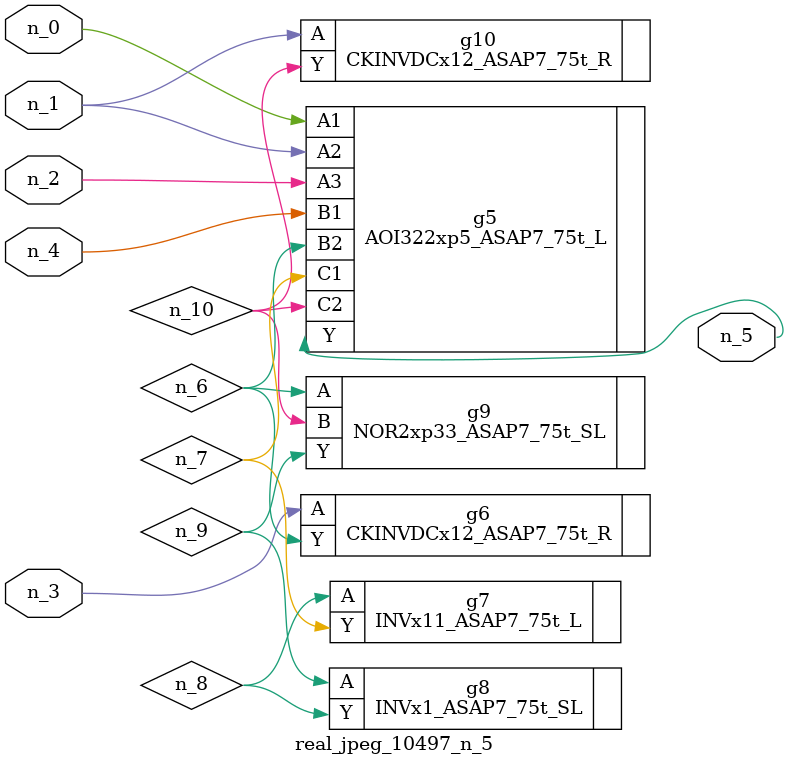
<source format=v>
module real_jpeg_10497_n_5 (n_4, n_0, n_1, n_2, n_3, n_5);

input n_4;
input n_0;
input n_1;
input n_2;
input n_3;

output n_5;

wire n_8;
wire n_6;
wire n_7;
wire n_10;
wire n_9;

AOI322xp5_ASAP7_75t_L g5 ( 
.A1(n_0),
.A2(n_1),
.A3(n_2),
.B1(n_4),
.B2(n_6),
.C1(n_7),
.C2(n_10),
.Y(n_5)
);

CKINVDCx12_ASAP7_75t_R g10 ( 
.A(n_1),
.Y(n_10)
);

CKINVDCx12_ASAP7_75t_R g6 ( 
.A(n_3),
.Y(n_6)
);

NOR2xp33_ASAP7_75t_SL g9 ( 
.A(n_6),
.B(n_10),
.Y(n_9)
);

INVx11_ASAP7_75t_L g7 ( 
.A(n_8),
.Y(n_7)
);

INVx1_ASAP7_75t_SL g8 ( 
.A(n_9),
.Y(n_8)
);


endmodule
</source>
